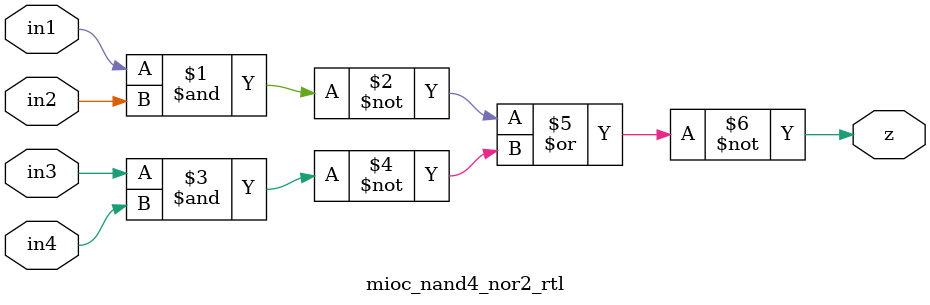
<source format=v>

module mioc_nand4_nor2_rtl(
    z,

    in1,            
    in2,            
    in3,            
    in4             
    );

   output z;

   input  in1;
   input  in2;
   input  in3;
   input  in4;

   assign z = ~( ~(in1 & in2) | ~(in3 & in4) );

endmodule

</source>
